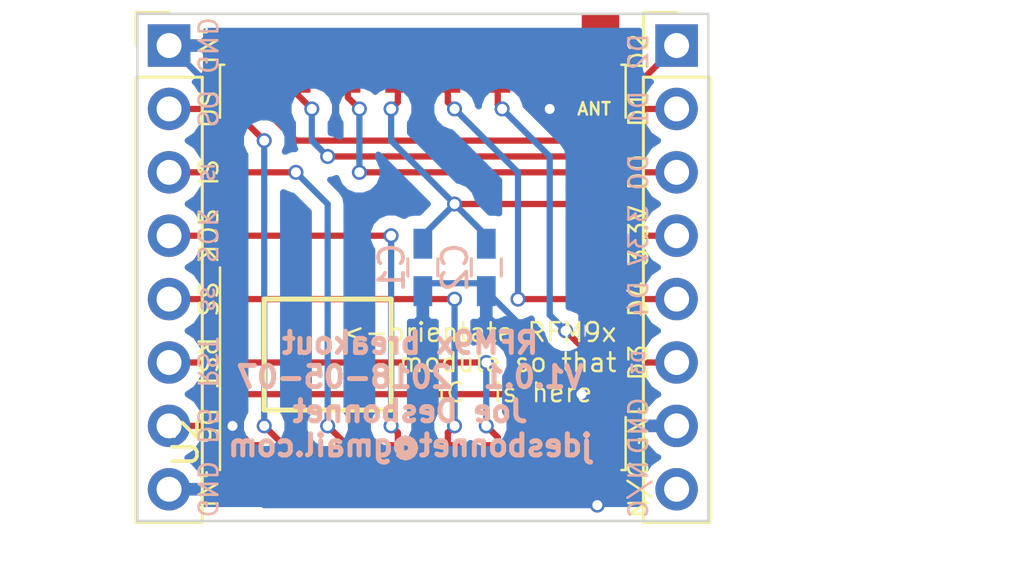
<source format=kicad_pcb>
(kicad_pcb (version 4) (host pcbnew 4.0.2+dfsg1-stable)

  (general
    (links 21)
    (no_connects 0)
    (area 138.379999 95.199999 161.340001 115.620001)
    (thickness 1.6)
    (drawings 44)
    (tracks 116)
    (zones 0)
    (modules 6)
    (nets 16)
  )

  (page A4)
  (layers
    (0 F.Cu signal)
    (31 B.Cu signal)
    (32 B.Adhes user)
    (33 F.Adhes user)
    (34 B.Paste user)
    (35 F.Paste user)
    (36 B.SilkS user)
    (37 F.SilkS user)
    (38 B.Mask user)
    (39 F.Mask user)
    (40 Dwgs.User user)
    (41 Cmts.User user)
    (42 Eco1.User user)
    (43 Eco2.User user)
    (44 Edge.Cuts user)
    (45 Margin user)
    (46 B.CrtYd user)
    (47 F.CrtYd user)
    (48 B.Fab user)
    (49 F.Fab user)
  )

  (setup
    (last_trace_width 0.25)
    (trace_clearance 0.2)
    (zone_clearance 0.508)
    (zone_45_only no)
    (trace_min 0.2)
    (segment_width 0.2)
    (edge_width 0.1)
    (via_size 0.6)
    (via_drill 0.4)
    (via_min_size 0.4)
    (via_min_drill 0.3)
    (uvia_size 0.3)
    (uvia_drill 0.1)
    (uvias_allowed no)
    (uvia_min_size 0.2)
    (uvia_min_drill 0.1)
    (pcb_text_width 0.3)
    (pcb_text_size 1.5 1.5)
    (mod_edge_width 0.15)
    (mod_text_size 1 1)
    (mod_text_width 0.15)
    (pad_size 1.5 1.5)
    (pad_drill 0.6)
    (pad_to_mask_clearance 0)
    (aux_axis_origin 0 0)
    (visible_elements FFFFFF7F)
    (pcbplotparams
      (layerselection 0x010f0_80000001)
      (usegerberextensions false)
      (excludeedgelayer true)
      (linewidth 0.100000)
      (plotframeref false)
      (viasonmask false)
      (mode 1)
      (useauxorigin false)
      (hpglpennumber 1)
      (hpglpenspeed 20)
      (hpglpendiameter 15)
      (hpglpenoverlay 2)
      (psnegative false)
      (psa4output false)
      (plotreference true)
      (plotvalue true)
      (plotinvisibletext false)
      (padsonsilk false)
      (subtractmaskfromsilk false)
      (outputformat 1)
      (mirror false)
      (drillshape 0)
      (scaleselection 1)
      (outputdirectory ./gerber))
  )

  (net 0 "")
  (net 1 3.3V)
  (net 2 GND)
  (net 3 "Net-(J1-Pad2)")
  (net 4 "Net-(J1-Pad3)")
  (net 5 "Net-(J1-Pad4)")
  (net 6 "Net-(J1-Pad5)")
  (net 7 "Net-(J1-Pad6)")
  (net 8 "Net-(J1-Pad7)")
  (net 9 "Net-(J2-Pad1)")
  (net 10 "Net-(J2-Pad2)")
  (net 11 "Net-(J2-Pad3)")
  (net 12 "Net-(J2-Pad5)")
  (net 13 "Net-(J2-Pad6)")
  (net 14 "Net-(J2-Pad8)")
  (net 15 ANT)

  (net_class Default "This is the default net class."
    (clearance 0.2)
    (trace_width 0.25)
    (via_dia 0.6)
    (via_drill 0.4)
    (uvia_dia 0.3)
    (uvia_drill 0.1)
    (add_net 3.3V)
    (add_net ANT)
    (add_net GND)
    (add_net "Net-(J1-Pad2)")
    (add_net "Net-(J1-Pad3)")
    (add_net "Net-(J1-Pad4)")
    (add_net "Net-(J1-Pad5)")
    (add_net "Net-(J1-Pad6)")
    (add_net "Net-(J1-Pad7)")
    (add_net "Net-(J2-Pad1)")
    (add_net "Net-(J2-Pad2)")
    (add_net "Net-(J2-Pad3)")
    (add_net "Net-(J2-Pad5)")
    (add_net "Net-(J2-Pad6)")
    (add_net "Net-(J2-Pad8)")
  )

  (module RF_Modules:Hopref_RFM9XW_SMD (layer F.Cu) (tedit 59D9324F) (tstamp 5AD36747)
    (at 149.86 105.41 90)
    (descr " Low Power Long Range Transceiver Module SMD-16 http://www.hoperf.com/upload/rf/RFM95_96_97_98W.pdf")
    (tags " Low Power Long Range Transceiver Module")
    (path /5ACA2686)
    (attr smd)
    (fp_text reference U2 (at -7 -9.5 90) (layer F.SilkS)
      (effects (font (size 1 1) (thickness 0.15)))
    )
    (fp_text value RFM92/95/96/97/98 (at 0 9.5 90) (layer F.Fab)
      (effects (font (size 1 1) (thickness 0.15)))
    )
    (fp_line (start -8 -8) (end 8 -8) (layer F.Fab) (width 0.12))
    (fp_line (start 8 8) (end 8 -8) (layer F.Fab) (width 0.12))
    (fp_line (start -8 8) (end 8 8) (layer F.Fab) (width 0.12))
    (fp_line (start -8 8) (end -8 -8) (layer F.Fab) (width 0.12))
    (fp_text user %R (at 0 0 90) (layer F.Fab)
      (effects (font (size 1 1) (thickness 0.15)))
    )
    (fp_line (start -8.12 -8.12) (end 0 -8.12) (layer F.SilkS) (width 0.1))
    (fp_line (start 6 8.12) (end 8.12 8.12) (layer F.SilkS) (width 0.1))
    (fp_line (start -9.45 -8.25) (end 9.45 -8.25) (layer F.CrtYd) (width 0.05))
    (fp_line (start 9.45 -8.25) (end 9.45 8.25) (layer F.CrtYd) (width 0.05))
    (fp_line (start -9.45 8.25) (end 9.45 8.25) (layer F.CrtYd) (width 0.05))
    (fp_line (start -9.45 8.25) (end -9.45 -8.25) (layer F.CrtYd) (width 0.05))
    (fp_line (start 8.12 8.12) (end 8.12 7.95) (layer F.SilkS) (width 0.1))
    (fp_line (start -8.12 8.12) (end -6 8.12) (layer F.SilkS) (width 0.1))
    (fp_line (start -8.12 8.12) (end -8.12 7.95) (layer F.SilkS) (width 0.1))
    (fp_line (start 6 -8.12) (end 8.12 -8.12) (layer F.SilkS) (width 0.1))
    (fp_line (start 8.12 -8.12) (end 8.12 -7.95) (layer F.SilkS) (width 0.1))
    (pad 1 smd rect (at -8 -7 90) (size 2 1) (layers F.Cu F.Paste F.Mask)
      (net 2 GND))
    (pad 2 smd rect (at -8 -5 90) (size 2 1) (layers F.Cu F.Paste F.Mask)
      (net 3 "Net-(J1-Pad2)"))
    (pad 3 smd rect (at -8 -3 90) (size 2 1) (layers F.Cu F.Paste F.Mask)
      (net 4 "Net-(J1-Pad3)"))
    (pad 4 smd rect (at -8 -1 90) (size 2 1) (layers F.Cu F.Paste F.Mask)
      (net 5 "Net-(J1-Pad4)"))
    (pad 5 smd rect (at -8 1 90) (size 2 1) (layers F.Cu F.Paste F.Mask)
      (net 6 "Net-(J1-Pad5)"))
    (pad 6 smd rect (at -8 3 90) (size 2 1) (layers F.Cu F.Paste F.Mask)
      (net 7 "Net-(J1-Pad6)"))
    (pad 7 smd rect (at -8 5 90) (size 2 1) (layers F.Cu F.Paste F.Mask)
      (net 8 "Net-(J1-Pad7)"))
    (pad 8 smd rect (at -8 7 90) (size 2 1) (layers F.Cu F.Paste F.Mask)
      (net 2 GND))
    (pad 9 smd rect (at 8 7 90) (size 2 1) (layers F.Cu F.Paste F.Mask)
      (net 15 ANT))
    (pad 10 smd rect (at 8 5 90) (size 2 1) (layers F.Cu F.Paste F.Mask)
      (net 2 GND))
    (pad 11 smd rect (at 8 3 90) (size 2 1) (layers F.Cu F.Paste F.Mask)
      (net 13 "Net-(J2-Pad6)"))
    (pad 12 smd rect (at 8 1 90) (size 2 1) (layers F.Cu F.Paste F.Mask)
      (net 12 "Net-(J2-Pad5)"))
    (pad 13 smd rect (at 8 -1 90) (size 2 1) (layers F.Cu F.Paste F.Mask)
      (net 1 3.3V))
    (pad 14 smd rect (at 8 -3 90) (size 2 1) (layers F.Cu F.Paste F.Mask)
      (net 11 "Net-(J2-Pad3)"))
    (pad 15 smd rect (at 8 -5 90) (size 2 1) (layers F.Cu F.Paste F.Mask)
      (net 10 "Net-(J2-Pad2)"))
    (pad 16 smd rect (at 8 -7 90) (size 2 1) (layers F.Cu F.Paste F.Mask)
      (net 9 "Net-(J2-Pad1)"))
    (model ${KISYS3DMOD}/RF_Modules.3dshapes/Hopref_RFM9XW_SMD.wrl
      (at (xyz 0 0 0))
      (scale (xyz 1 1 1))
      (rotate (xyz 0 0 0))
    )
  )

  (module Capacitors_SMD:C_0603_HandSoldering (layer B.Cu) (tedit 58AA848B) (tstamp 5AD36715)
    (at 149.86 105.41 270)
    (descr "Capacitor SMD 0603, hand soldering")
    (tags "capacitor 0603")
    (path /5ACA985B)
    (attr smd)
    (fp_text reference C1 (at 0 1.25 270) (layer B.SilkS)
      (effects (font (size 1 1) (thickness 0.15)) (justify mirror))
    )
    (fp_text value C (at 0 -1.5 270) (layer B.Fab)
      (effects (font (size 1 1) (thickness 0.15)) (justify mirror))
    )
    (fp_text user %R (at 0 1.25 270) (layer B.Fab)
      (effects (font (size 1 1) (thickness 0.15)) (justify mirror))
    )
    (fp_line (start -0.8 -0.4) (end -0.8 0.4) (layer B.Fab) (width 0.1))
    (fp_line (start 0.8 -0.4) (end -0.8 -0.4) (layer B.Fab) (width 0.1))
    (fp_line (start 0.8 0.4) (end 0.8 -0.4) (layer B.Fab) (width 0.1))
    (fp_line (start -0.8 0.4) (end 0.8 0.4) (layer B.Fab) (width 0.1))
    (fp_line (start -0.35 0.6) (end 0.35 0.6) (layer B.SilkS) (width 0.12))
    (fp_line (start 0.35 -0.6) (end -0.35 -0.6) (layer B.SilkS) (width 0.12))
    (fp_line (start -1.8 0.65) (end 1.8 0.65) (layer B.CrtYd) (width 0.05))
    (fp_line (start -1.8 0.65) (end -1.8 -0.65) (layer B.CrtYd) (width 0.05))
    (fp_line (start 1.8 -0.65) (end 1.8 0.65) (layer B.CrtYd) (width 0.05))
    (fp_line (start 1.8 -0.65) (end -1.8 -0.65) (layer B.CrtYd) (width 0.05))
    (pad 1 smd rect (at -0.95 0 270) (size 1.2 0.75) (layers B.Cu B.Paste B.Mask)
      (net 1 3.3V))
    (pad 2 smd rect (at 0.95 0 270) (size 1.2 0.75) (layers B.Cu B.Paste B.Mask)
      (net 2 GND))
    (model Capacitors_SMD.3dshapes/C_0603.wrl
      (at (xyz 0 0 0))
      (scale (xyz 1 1 1))
      (rotate (xyz 0 0 0))
    )
  )

  (module Capacitors_SMD:C_0603_HandSoldering (layer B.Cu) (tedit 58AA848B) (tstamp 5AD3671B)
    (at 152.4 105.41 270)
    (descr "Capacitor SMD 0603, hand soldering")
    (tags "capacitor 0603")
    (path /5ACA98D4)
    (attr smd)
    (fp_text reference C2 (at 0 1.25 270) (layer B.SilkS)
      (effects (font (size 1 1) (thickness 0.15)) (justify mirror))
    )
    (fp_text value C (at 0 -1.5 270) (layer B.Fab)
      (effects (font (size 1 1) (thickness 0.15)) (justify mirror))
    )
    (fp_text user %R (at 0 1.25 270) (layer B.Fab)
      (effects (font (size 1 1) (thickness 0.15)) (justify mirror))
    )
    (fp_line (start -0.8 -0.4) (end -0.8 0.4) (layer B.Fab) (width 0.1))
    (fp_line (start 0.8 -0.4) (end -0.8 -0.4) (layer B.Fab) (width 0.1))
    (fp_line (start 0.8 0.4) (end 0.8 -0.4) (layer B.Fab) (width 0.1))
    (fp_line (start -0.8 0.4) (end 0.8 0.4) (layer B.Fab) (width 0.1))
    (fp_line (start -0.35 0.6) (end 0.35 0.6) (layer B.SilkS) (width 0.12))
    (fp_line (start 0.35 -0.6) (end -0.35 -0.6) (layer B.SilkS) (width 0.12))
    (fp_line (start -1.8 0.65) (end 1.8 0.65) (layer B.CrtYd) (width 0.05))
    (fp_line (start -1.8 0.65) (end -1.8 -0.65) (layer B.CrtYd) (width 0.05))
    (fp_line (start 1.8 -0.65) (end 1.8 0.65) (layer B.CrtYd) (width 0.05))
    (fp_line (start 1.8 -0.65) (end -1.8 -0.65) (layer B.CrtYd) (width 0.05))
    (pad 1 smd rect (at -0.95 0 270) (size 1.2 0.75) (layers B.Cu B.Paste B.Mask)
      (net 1 3.3V))
    (pad 2 smd rect (at 0.95 0 270) (size 1.2 0.75) (layers B.Cu B.Paste B.Mask)
      (net 2 GND))
    (model Capacitors_SMD.3dshapes/C_0603.wrl
      (at (xyz 0 0 0))
      (scale (xyz 1 1 1))
      (rotate (xyz 0 0 0))
    )
  )

  (module Pin_Headers:Pin_Header_Straight_1x08_Pitch2.54mm (layer F.Cu) (tedit 5AD380B4) (tstamp 5AD36727)
    (at 139.7 96.52)
    (descr "Through hole straight pin header, 1x08, 2.54mm pitch, single row")
    (tags "Through hole pin header THT 1x08 2.54mm single row")
    (path /5AD3686B)
    (fp_text reference J1 (at 0 -2.33) (layer F.SilkS) hide
      (effects (font (size 1 1) (thickness 0.15)))
    )
    (fp_text value Conn_01x08_Male (at 0 20.11) (layer F.Fab)
      (effects (font (size 1 1) (thickness 0.15)))
    )
    (fp_line (start -0.635 -1.27) (end 1.27 -1.27) (layer F.Fab) (width 0.1))
    (fp_line (start 1.27 -1.27) (end 1.27 19.05) (layer F.Fab) (width 0.1))
    (fp_line (start 1.27 19.05) (end -1.27 19.05) (layer F.Fab) (width 0.1))
    (fp_line (start -1.27 19.05) (end -1.27 -0.635) (layer F.Fab) (width 0.1))
    (fp_line (start -1.27 -0.635) (end -0.635 -1.27) (layer F.Fab) (width 0.1))
    (fp_line (start -1.33 19.11) (end 1.33 19.11) (layer F.SilkS) (width 0.12))
    (fp_line (start -1.33 1.27) (end -1.33 19.11) (layer F.SilkS) (width 0.12))
    (fp_line (start 1.33 1.27) (end 1.33 19.11) (layer F.SilkS) (width 0.12))
    (fp_line (start -1.33 1.27) (end 1.33 1.27) (layer F.SilkS) (width 0.12))
    (fp_line (start -1.33 0) (end -1.33 -1.33) (layer F.SilkS) (width 0.12))
    (fp_line (start -1.33 -1.33) (end 0 -1.33) (layer F.SilkS) (width 0.12))
    (fp_line (start -1.8 -1.8) (end -1.8 19.55) (layer F.CrtYd) (width 0.05))
    (fp_line (start -1.8 19.55) (end 1.8 19.55) (layer F.CrtYd) (width 0.05))
    (fp_line (start 1.8 19.55) (end 1.8 -1.8) (layer F.CrtYd) (width 0.05))
    (fp_line (start 1.8 -1.8) (end -1.8 -1.8) (layer F.CrtYd) (width 0.05))
    (fp_text user %R (at 0 8.89 90) (layer F.Fab)
      (effects (font (size 1 1) (thickness 0.15)))
    )
    (pad 1 thru_hole rect (at 0 0) (size 1.7 1.7) (drill 1) (layers *.Cu *.Mask)
      (net 2 GND))
    (pad 2 thru_hole oval (at 0 2.54) (size 1.7 1.7) (drill 1) (layers *.Cu *.Mask)
      (net 3 "Net-(J1-Pad2)"))
    (pad 3 thru_hole oval (at 0 5.08) (size 1.7 1.7) (drill 1) (layers *.Cu *.Mask)
      (net 4 "Net-(J1-Pad3)"))
    (pad 4 thru_hole oval (at 0 7.62) (size 1.7 1.7) (drill 1) (layers *.Cu *.Mask)
      (net 5 "Net-(J1-Pad4)"))
    (pad 5 thru_hole oval (at 0 10.16) (size 1.7 1.7) (drill 1) (layers *.Cu *.Mask)
      (net 6 "Net-(J1-Pad5)"))
    (pad 6 thru_hole oval (at 0 12.7) (size 1.7 1.7) (drill 1) (layers *.Cu *.Mask)
      (net 7 "Net-(J1-Pad6)"))
    (pad 7 thru_hole oval (at 0 15.24) (size 1.7 1.7) (drill 1) (layers *.Cu *.Mask)
      (net 8 "Net-(J1-Pad7)"))
    (pad 8 thru_hole oval (at 0 17.78) (size 1.7 1.7) (drill 1) (layers *.Cu *.Mask)
      (net 2 GND))
    (model ${KISYS3DMOD}/Pin_Headers.3dshapes/Pin_Header_Straight_1x08_Pitch2.54mm.wrl
      (at (xyz 0 0 0))
      (scale (xyz 1 1 1))
      (rotate (xyz 0 0 0))
    )
  )

  (module Pin_Headers:Pin_Header_Straight_1x08_Pitch2.54mm (layer F.Cu) (tedit 5AD380BD) (tstamp 5AD36733)
    (at 160.02 96.52)
    (descr "Through hole straight pin header, 1x08, 2.54mm pitch, single row")
    (tags "Through hole pin header THT 1x08 2.54mm single row")
    (path /5AD368F0)
    (fp_text reference J2 (at 0 -2.33) (layer F.SilkS) hide
      (effects (font (size 1 1) (thickness 0.15)))
    )
    (fp_text value Conn_01x08_Male (at 0 20.11) (layer F.Fab)
      (effects (font (size 1 1) (thickness 0.15)))
    )
    (fp_line (start -0.635 -1.27) (end 1.27 -1.27) (layer F.Fab) (width 0.1))
    (fp_line (start 1.27 -1.27) (end 1.27 19.05) (layer F.Fab) (width 0.1))
    (fp_line (start 1.27 19.05) (end -1.27 19.05) (layer F.Fab) (width 0.1))
    (fp_line (start -1.27 19.05) (end -1.27 -0.635) (layer F.Fab) (width 0.1))
    (fp_line (start -1.27 -0.635) (end -0.635 -1.27) (layer F.Fab) (width 0.1))
    (fp_line (start -1.33 19.11) (end 1.33 19.11) (layer F.SilkS) (width 0.12))
    (fp_line (start -1.33 1.27) (end -1.33 19.11) (layer F.SilkS) (width 0.12))
    (fp_line (start 1.33 1.27) (end 1.33 19.11) (layer F.SilkS) (width 0.12))
    (fp_line (start -1.33 1.27) (end 1.33 1.27) (layer F.SilkS) (width 0.12))
    (fp_line (start -1.33 0) (end -1.33 -1.33) (layer F.SilkS) (width 0.12))
    (fp_line (start -1.33 -1.33) (end 0 -1.33) (layer F.SilkS) (width 0.12))
    (fp_line (start -1.8 -1.8) (end -1.8 19.55) (layer F.CrtYd) (width 0.05))
    (fp_line (start -1.8 19.55) (end 1.8 19.55) (layer F.CrtYd) (width 0.05))
    (fp_line (start 1.8 19.55) (end 1.8 -1.8) (layer F.CrtYd) (width 0.05))
    (fp_line (start 1.8 -1.8) (end -1.8 -1.8) (layer F.CrtYd) (width 0.05))
    (fp_text user %R (at 0 8.89 90) (layer F.Fab)
      (effects (font (size 1 1) (thickness 0.15)))
    )
    (pad 1 thru_hole rect (at 0 0) (size 1.7 1.7) (drill 1) (layers *.Cu *.Mask)
      (net 9 "Net-(J2-Pad1)"))
    (pad 2 thru_hole oval (at 0 2.54) (size 1.7 1.7) (drill 1) (layers *.Cu *.Mask)
      (net 10 "Net-(J2-Pad2)"))
    (pad 3 thru_hole oval (at 0 5.08) (size 1.7 1.7) (drill 1) (layers *.Cu *.Mask)
      (net 11 "Net-(J2-Pad3)"))
    (pad 4 thru_hole oval (at 0 7.62) (size 1.7 1.7) (drill 1) (layers *.Cu *.Mask)
      (net 1 3.3V))
    (pad 5 thru_hole oval (at 0 10.16) (size 1.7 1.7) (drill 1) (layers *.Cu *.Mask)
      (net 12 "Net-(J2-Pad5)"))
    (pad 6 thru_hole oval (at 0 12.7) (size 1.7 1.7) (drill 1) (layers *.Cu *.Mask)
      (net 13 "Net-(J2-Pad6)"))
    (pad 7 thru_hole oval (at 0 15.24) (size 1.7 1.7) (drill 1) (layers *.Cu *.Mask)
      (net 2 GND))
    (pad 8 thru_hole oval (at 0 17.78) (size 1.7 1.7) (drill 1) (layers *.Cu *.Mask)
      (net 14 "Net-(J2-Pad8)"))
    (model ${KISYS3DMOD}/Pin_Headers.3dshapes/Pin_Header_Straight_1x08_Pitch2.54mm.wrl
      (at (xyz 0 0 0))
      (scale (xyz 1 1 1))
      (rotate (xyz 0 0 0))
    )
  )

  (module Measurement_Points:Measurement_Point_Square-SMD-Pad_Small (layer F.Cu) (tedit 5AD380A7) (tstamp 5AD37AB1)
    (at 156.972 96.012)
    (descr "Mesurement Point, Square, SMD Pad,  1.5mm x 1.5mm,")
    (tags "Mesurement Point Square SMD Pad 1.5x1.5mm")
    (attr virtual)
    (fp_text reference REF** (at 0 -2) (layer F.SilkS) hide
      (effects (font (size 1 1) (thickness 0.15)))
    )
    (fp_text value Measurement_Point_Square-SMD-Pad_Small (at 0 2) (layer F.Fab)
      (effects (font (size 1 1) (thickness 0.15)))
    )
    (fp_line (start -1 -1) (end 1 -1) (layer F.CrtYd) (width 0.05))
    (fp_line (start 1 -1) (end 1 1) (layer F.CrtYd) (width 0.05))
    (fp_line (start 1 1) (end -1 1) (layer F.CrtYd) (width 0.05))
    (fp_line (start -1 1) (end -1 -1) (layer F.CrtYd) (width 0.05))
    (pad 1 smd rect (at 0 0) (size 1.5 1.5) (layers F.Cu F.Mask))
  )

  (gr_text "<-orientate RFM9x \n    module so that \n    IC  is here" (at 152.4 109.22) (layer F.SilkS)
    (effects (font (size 0.75 0.75) (thickness 0.1)))
  )
  (gr_text D5 (at 141.224 111.76 270) (layer F.SilkS)
    (effects (font (size 0.75 0.75) (thickness 0.1)))
  )
  (gr_text N/C (at 158.496 114.3 90) (layer B.SilkS)
    (effects (font (size 0.75 0.75) (thickness 0.1)) (justify mirror))
  )
  (gr_text D2 (at 158.496 96.774 90) (layer B.SilkS)
    (effects (font (size 0.75 0.75) (thickness 0.1)) (justify mirror))
  )
  (gr_text D1 (at 158.496 99.06 90) (layer B.SilkS)
    (effects (font (size 0.75 0.75) (thickness 0.1)) (justify mirror))
  )
  (gr_text D0 (at 158.496 101.6 90) (layer B.SilkS)
    (effects (font (size 0.75 0.75) (thickness 0.1)) (justify mirror))
  )
  (gr_text D4 (at 158.496 106.68 90) (layer B.SilkS)
    (effects (font (size 0.75 0.75) (thickness 0.1)) (justify mirror))
  )
  (gr_text D3 (at 158.496 109.22 90) (layer B.SilkS)
    (effects (font (size 0.5 0.5) (thickness 0.1)) (justify mirror))
  )
  (gr_text GND (at 158.496 111.76 90) (layer B.SilkS)
    (effects (font (size 0.75 0.75) (thickness 0.1)) (justify mirror))
  )
  (gr_text N/C (at 158.496 114.3 90) (layer F.SilkS)
    (effects (font (size 0.75 0.75) (thickness 0.1)))
  )
  (gr_text RST (at 141.224 109.22 270) (layer B.SilkS)
    (effects (font (size 0.75 0.75) (thickness 0.1)) (justify mirror))
  )
  (gr_text SS (at 141.224 106.68 270) (layer B.SilkS)
    (effects (font (size 0.5 0.5) (thickness 0.1)) (justify mirror))
  )
  (gr_text "SCK\n" (at 141.224 104.14 270) (layer B.SilkS)
    (effects (font (size 0.75 0.75) (thickness 0.1)) (justify mirror))
  )
  (gr_text SI (at 141.224 101.6 270) (layer B.SilkS)
    (effects (font (size 0.5 0.5) (thickness 0.1)) (justify mirror))
  )
  (gr_text SO (at 141.224 99.06 270) (layer B.SilkS)
    (effects (font (size 0.75 0.75) (thickness 0.1)) (justify mirror))
  )
  (gr_text GND (at 141.224 96.52 270) (layer B.SilkS)
    (effects (font (size 0.75 0.75) (thickness 0.1)) (justify mirror))
  )
  (gr_text GND (at 141.224 114.3 270) (layer B.SilkS)
    (effects (font (size 0.75 0.75) (thickness 0.1)) (justify mirror))
  )
  (gr_text ANT (at 156.718 99.06) (layer F.SilkS)
    (effects (font (size 0.5 0.5) (thickness 0.1)))
  )
  (gr_text 3.3V (at 158.496 104.14 90) (layer B.SilkS)
    (effects (font (size 0.75 0.75) (thickness 0.1)) (justify mirror))
  )
  (gr_text "RFM9x breakout\nV1.0.1  2018-05-07\nJoe Desbonnet\njdesbonnet@gmail.com" (at 149.352 110.49) (layer B.SilkS)
    (effects (font (size 0.85 0.85) (thickness 0.2)) (justify mirror))
  )
  (gr_text D2 (at 158.496 96.774 90) (layer F.SilkS)
    (effects (font (size 0.75 0.75) (thickness 0.1)))
  )
  (gr_text D1 (at 158.496 99.06 90) (layer F.SilkS)
    (effects (font (size 0.75 0.75) (thickness 0.1)))
  )
  (gr_text D0 (at 158.496 101.6 90) (layer F.SilkS)
    (effects (font (size 0.75 0.75) (thickness 0.1)))
  )
  (gr_text 3.3V (at 158.496 104.14 90) (layer F.SilkS)
    (effects (font (size 0.75 0.75) (thickness 0.1)))
  )
  (gr_text D4 (at 158.496 106.68 90) (layer F.SilkS)
    (effects (font (size 0.75 0.75) (thickness 0.1)))
  )
  (gr_text D3 (at 158.496 109.22 90) (layer F.SilkS)
    (effects (font (size 0.75 0.75) (thickness 0.1)))
  )
  (gr_text GND (at 158.496 111.76 90) (layer F.SilkS)
    (effects (font (size 0.75 0.75) (thickness 0.1)))
  )
  (gr_text GND (at 141.224 114.3 270) (layer F.SilkS)
    (effects (font (size 0.75 0.75) (thickness 0.1)))
  )
  (gr_text D5 (at 141.224 111.76 270) (layer B.SilkS)
    (effects (font (size 0.75 0.75) (thickness 0.1)) (justify mirror))
  )
  (gr_text RST (at 141.224 109.22 270) (layer F.SilkS)
    (effects (font (size 0.75 0.75) (thickness 0.1)))
  )
  (gr_text SS (at 141.224 106.68 270) (layer F.SilkS)
    (effects (font (size 0.75 0.75) (thickness 0.1)))
  )
  (gr_text "SCK\n" (at 141.224 104.14 270) (layer F.SilkS)
    (effects (font (size 0.75 0.75) (thickness 0.1)))
  )
  (gr_text SI (at 141.224 101.6 270) (layer F.SilkS)
    (effects (font (size 0.75 0.75) (thickness 0.1)))
  )
  (gr_text SO (at 141.224 99.06 270) (layer F.SilkS)
    (effects (font (size 0.75 0.75) (thickness 0.1)))
  )
  (gr_text GND (at 141.224 96.52 270) (layer F.SilkS)
    (effects (font (size 0.75 0.75) (thickness 0.1)))
  )
  (gr_line (start 138.43 95.25) (end 161.29 95.25) (angle 90) (layer Edge.Cuts) (width 0.1))
  (gr_line (start 143.51 106.68) (end 143.51 111.125) (angle 90) (layer F.SilkS) (width 0.2))
  (gr_line (start 148.59 106.68) (end 143.51 106.68) (angle 90) (layer F.SilkS) (width 0.2))
  (gr_line (start 148.59 107.315) (end 148.59 106.68) (angle 90) (layer F.SilkS) (width 0.2))
  (gr_line (start 148.59 111.125) (end 148.59 107.315) (angle 90) (layer F.SilkS) (width 0.2))
  (gr_line (start 143.51 111.125) (end 148.59 111.125) (angle 90) (layer F.SilkS) (width 0.2))
  (gr_line (start 138.43 115.57) (end 161.29 115.57) (angle 90) (layer Edge.Cuts) (width 0.1))
  (gr_line (start 138.43 115.57) (end 138.43 95.25) (angle 90) (layer Edge.Cuts) (width 0.1))
  (gr_line (start 161.29 95.25) (end 161.29 115.57) (angle 90) (layer Edge.Cuts) (width 0.1))

  (segment (start 152.4 104.46) (end 152.4 104.14) (width 0.25) (layer B.Cu) (net 1))
  (segment (start 152.4 104.14) (end 151.13 102.87) (width 0.25) (layer B.Cu) (net 1) (tstamp 5AD36E26))
  (segment (start 149.86 104.46) (end 149.86 104.14) (width 0.25) (layer B.Cu) (net 1))
  (segment (start 149.86 104.14) (end 151.13 102.87) (width 0.25) (layer B.Cu) (net 1) (tstamp 5AD36E23))
  (segment (start 160.02 104.14) (end 157.48 104.14) (width 0.25) (layer F.Cu) (net 1))
  (segment (start 148.86 98.79) (end 148.86 97.41) (width 0.25) (layer F.Cu) (net 1) (tstamp 5AD36D90))
  (segment (start 148.59 99.06) (end 148.86 98.79) (width 0.25) (layer F.Cu) (net 1) (tstamp 5AD36D8F))
  (via (at 148.59 99.06) (size 0.6) (drill 0.4) (layers F.Cu B.Cu) (net 1))
  (segment (start 148.59 100.33) (end 148.59 99.06) (width 0.25) (layer B.Cu) (net 1) (tstamp 5AD36D85))
  (segment (start 151.13 102.87) (end 148.59 100.33) (width 0.25) (layer B.Cu) (net 1) (tstamp 5AD36D84))
  (via (at 151.13 102.87) (size 0.6) (drill 0.4) (layers F.Cu B.Cu) (net 1))
  (segment (start 156.21 102.87) (end 151.13 102.87) (width 0.25) (layer F.Cu) (net 1) (tstamp 5AD36D6F))
  (segment (start 157.48 104.14) (end 156.21 102.87) (width 0.25) (layer F.Cu) (net 1) (tstamp 5AD36D6B))
  (segment (start 149.86 106.36) (end 149.86 106.045) (width 0.25) (layer B.Cu) (net 2))
  (segment (start 149.86 106.045) (end 152.4 106.045) (width 0.25) (layer B.Cu) (net 2) (tstamp 5AD36F8B))
  (segment (start 152.4 106.045) (end 152.4 106.36) (width 0.25) (layer B.Cu) (net 2) (tstamp 5AD36F8C))
  (segment (start 156.21 110.49) (end 156.21 110.17) (width 0.25) (layer B.Cu) (net 2))
  (segment (start 156.21 110.17) (end 152.4 106.36) (width 0.25) (layer B.Cu) (net 2) (tstamp 5AD36F7D))
  (segment (start 160.02 111.76) (end 158.51 111.76) (width 0.25) (layer F.Cu) (net 2))
  (segment (start 158.51 111.76) (end 156.86 113.41) (width 0.25) (layer F.Cu) (net 2) (tstamp 5AD36EED))
  (segment (start 142.24 111.76) (end 142.24 113.665) (width 0.25) (layer B.Cu) (net 2))
  (segment (start 142.24 113.665) (end 143.51 114.935) (width 0.25) (layer B.Cu) (net 2) (tstamp 5AD36ECD))
  (segment (start 143.51 114.935) (end 156.845 114.935) (width 0.25) (layer B.Cu) (net 2) (tstamp 5AD36ED4))
  (via (at 156.845 114.935) (size 0.6) (drill 0.4) (layers F.Cu B.Cu) (net 2))
  (segment (start 156.845 114.935) (end 156.86 114.92) (width 0.25) (layer F.Cu) (net 2) (tstamp 5AD36EE4))
  (segment (start 156.86 114.92) (end 156.86 113.41) (width 0.25) (layer F.Cu) (net 2) (tstamp 5AD36EE5))
  (segment (start 139.7 114.3) (end 141.97 114.3) (width 0.25) (layer F.Cu) (net 2))
  (segment (start 141.97 114.3) (end 142.86 113.41) (width 0.25) (layer F.Cu) (net 2) (tstamp 5AD36EAD))
  (segment (start 160.02 111.76) (end 158.75 111.76) (width 0.25) (layer F.Cu) (net 2))
  (segment (start 154.86 98.98) (end 154.86 97.41) (width 0.25) (layer F.Cu) (net 2) (tstamp 5AD36CEF))
  (segment (start 154.94 99.06) (end 154.86 98.98) (width 0.25) (layer F.Cu) (net 2) (tstamp 5AD36CEE))
  (via (at 154.94 99.06) (size 0.6) (drill 0.4) (layers F.Cu B.Cu) (net 2))
  (segment (start 156.21 100.33) (end 154.94 99.06) (width 0.25) (layer B.Cu) (net 2) (tstamp 5AD36CC9))
  (segment (start 156.21 110.49) (end 156.21 100.33) (width 0.25) (layer B.Cu) (net 2) (tstamp 5AD36CC8))
  (via (at 156.21 110.49) (size 0.6) (drill 0.4) (layers F.Cu B.Cu) (net 2))
  (segment (start 157.48 110.49) (end 156.21 110.49) (width 0.25) (layer F.Cu) (net 2) (tstamp 5AD36CC3))
  (segment (start 158.75 111.76) (end 157.48 110.49) (width 0.25) (layer F.Cu) (net 2) (tstamp 5AD36CB6))
  (segment (start 139.7 96.52) (end 142.24 99.06) (width 0.25) (layer B.Cu) (net 2))
  (segment (start 142.86 112.38) (end 142.86 113.41) (width 0.25) (layer F.Cu) (net 2) (tstamp 5AD36AFE))
  (segment (start 142.24 111.76) (end 142.86 112.38) (width 0.25) (layer F.Cu) (net 2) (tstamp 5AD36AFD))
  (via (at 142.24 111.76) (size 0.6) (drill 0.4) (layers F.Cu B.Cu) (net 2))
  (segment (start 142.24 99.06) (end 142.24 111.76) (width 0.25) (layer B.Cu) (net 2) (tstamp 5AD36AEB))
  (segment (start 139.7 99.06) (end 142.24 99.06) (width 0.25) (layer F.Cu) (net 3))
  (segment (start 143.51 111.76) (end 144.86 113.11) (width 0.25) (layer F.Cu) (net 3) (tstamp 5AD36C52))
  (via (at 143.51 111.76) (size 0.6) (drill 0.4) (layers F.Cu B.Cu) (net 3))
  (segment (start 143.51 100.33) (end 143.51 111.76) (width 0.25) (layer B.Cu) (net 3) (tstamp 5AD36C4E))
  (via (at 143.51 100.33) (size 0.6) (drill 0.4) (layers F.Cu B.Cu) (net 3))
  (segment (start 142.24 99.06) (end 143.51 100.33) (width 0.25) (layer F.Cu) (net 3) (tstamp 5AD36C3E))
  (segment (start 144.86 113.11) (end 144.86 113.41) (width 0.25) (layer F.Cu) (net 3) (tstamp 5AD36C53))
  (segment (start 139.7 101.6) (end 144.78 101.6) (width 0.25) (layer F.Cu) (net 4))
  (segment (start 146.05 111.76) (end 146.86 112.57) (width 0.25) (layer F.Cu) (net 4) (tstamp 5AD36C67))
  (via (at 146.05 111.76) (size 0.6) (drill 0.4) (layers F.Cu B.Cu) (net 4))
  (segment (start 146.05 102.87) (end 146.05 111.76) (width 0.25) (layer B.Cu) (net 4) (tstamp 5AD36C64))
  (segment (start 144.78 101.6) (end 146.05 102.87) (width 0.25) (layer B.Cu) (net 4) (tstamp 5AD36C63))
  (via (at 144.78 101.6) (size 0.6) (drill 0.4) (layers F.Cu B.Cu) (net 4))
  (segment (start 146.86 112.57) (end 146.86 113.41) (width 0.25) (layer F.Cu) (net 4) (tstamp 5AD36C68))
  (segment (start 146.86 112.57) (end 146.86 113.41) (width 0.25) (layer F.Cu) (net 4) (tstamp 5AD36B8B))
  (segment (start 139.7 104.14) (end 148.59 104.14) (width 0.25) (layer F.Cu) (net 5))
  (segment (start 148.86 112.03) (end 148.86 113.41) (width 0.25) (layer F.Cu) (net 5) (tstamp 5AD36BC7))
  (segment (start 148.59 111.76) (end 148.86 112.03) (width 0.25) (layer F.Cu) (net 5) (tstamp 5AD36BC6))
  (via (at 148.59 111.76) (size 0.6) (drill 0.4) (layers F.Cu B.Cu) (net 5))
  (segment (start 148.59 104.14) (end 148.59 111.76) (width 0.25) (layer B.Cu) (net 5) (tstamp 5AD36BC3))
  (via (at 148.59 104.14) (size 0.6) (drill 0.4) (layers F.Cu B.Cu) (net 5))
  (segment (start 139.7 106.68) (end 151.13 106.68) (width 0.25) (layer F.Cu) (net 6))
  (segment (start 150.86 112.03) (end 150.86 113.41) (width 0.25) (layer F.Cu) (net 6) (tstamp 5AD36BD6))
  (segment (start 151.13 111.76) (end 150.86 112.03) (width 0.25) (layer F.Cu) (net 6) (tstamp 5AD36BD5))
  (via (at 151.13 111.76) (size 0.6) (drill 0.4) (layers F.Cu B.Cu) (net 6))
  (segment (start 151.13 106.68) (end 151.13 111.76) (width 0.25) (layer B.Cu) (net 6) (tstamp 5AD36BD2))
  (via (at 151.13 106.68) (size 0.6) (drill 0.4) (layers F.Cu B.Cu) (net 6))
  (segment (start 139.7 109.22) (end 152.4 109.22) (width 0.25) (layer F.Cu) (net 7))
  (segment (start 152.86 112.22) (end 152.86 113.41) (width 0.25) (layer F.Cu) (net 7) (tstamp 5AD36BE0))
  (segment (start 152.4 111.76) (end 152.86 112.22) (width 0.25) (layer F.Cu) (net 7) (tstamp 5AD36BDF))
  (via (at 152.4 111.76) (size 0.6) (drill 0.4) (layers F.Cu B.Cu) (net 7))
  (segment (start 152.4 109.22) (end 152.4 111.76) (width 0.25) (layer B.Cu) (net 7) (tstamp 5AD36BDC))
  (via (at 152.4 109.22) (size 0.6) (drill 0.4) (layers F.Cu B.Cu) (net 7))
  (segment (start 142.24 110.49) (end 154.686 110.49) (width 0.25) (layer F.Cu) (net 8))
  (segment (start 140.97 111.76) (end 142.24 110.49) (width 0.25) (layer F.Cu) (net 8) (tstamp 5AD36BE3))
  (segment (start 139.7 111.76) (end 140.97 111.76) (width 0.25) (layer F.Cu) (net 8))
  (segment (start 154.86 110.664) (end 154.86 113.41) (width 0.25) (layer F.Cu) (net 8) (tstamp 5AD37A44))
  (segment (start 154.686 110.49) (end 154.86 110.664) (width 0.25) (layer F.Cu) (net 8) (tstamp 5AD37A42))
  (segment (start 160.02 96.52) (end 156.21 100.33) (width 0.25) (layer F.Cu) (net 9))
  (segment (start 144.78 100.33) (end 142.86 98.41) (width 0.25) (layer F.Cu) (net 9) (tstamp 5AD36DFF))
  (segment (start 156.21 100.33) (end 144.78 100.33) (width 0.25) (layer F.Cu) (net 9) (tstamp 5AD36DFD))
  (segment (start 142.86 98.41) (end 142.86 97.41) (width 0.25) (layer F.Cu) (net 9) (tstamp 5AD36E13))
  (segment (start 160.02 99.06) (end 158.75 99.06) (width 0.25) (layer F.Cu) (net 10))
  (segment (start 144.86 98.505) (end 144.86 97.41) (width 0.25) (layer F.Cu) (net 10) (tstamp 5AD36DFA))
  (segment (start 145.415 99.06) (end 144.86 98.505) (width 0.25) (layer F.Cu) (net 10) (tstamp 5AD36DF9))
  (via (at 145.415 99.06) (size 0.6) (drill 0.4) (layers F.Cu B.Cu) (net 10))
  (segment (start 145.415 100.33) (end 145.415 99.06) (width 0.25) (layer B.Cu) (net 10) (tstamp 5AD36DF7))
  (segment (start 146.05 100.965) (end 145.415 100.33) (width 0.25) (layer B.Cu) (net 10) (tstamp 5AD36DF6))
  (via (at 146.05 100.965) (size 0.6) (drill 0.4) (layers F.Cu B.Cu) (net 10))
  (segment (start 156.845 100.965) (end 146.05 100.965) (width 0.25) (layer F.Cu) (net 10) (tstamp 5AD36DE5))
  (segment (start 158.75 99.06) (end 156.845 100.965) (width 0.25) (layer F.Cu) (net 10) (tstamp 5AD36DDF))
  (segment (start 160.02 101.6) (end 147.32 101.6) (width 0.25) (layer F.Cu) (net 11))
  (segment (start 146.86 98.6) (end 146.86 97.41) (width 0.25) (layer F.Cu) (net 11) (tstamp 5AD36DAB))
  (segment (start 147.32 99.06) (end 146.86 98.6) (width 0.25) (layer F.Cu) (net 11) (tstamp 5AD36DAA))
  (via (at 147.32 99.06) (size 0.6) (drill 0.4) (layers F.Cu B.Cu) (net 11))
  (segment (start 147.32 101.6) (end 147.32 99.06) (width 0.25) (layer B.Cu) (net 11) (tstamp 5AD36DA1))
  (via (at 147.32 101.6) (size 0.6) (drill 0.4) (layers F.Cu B.Cu) (net 11))
  (segment (start 160.02 106.68) (end 153.67 106.68) (width 0.25) (layer F.Cu) (net 12))
  (segment (start 150.86 98.79) (end 150.86 97.41) (width 0.25) (layer F.Cu) (net 12) (tstamp 5AD36D65))
  (segment (start 151.13 99.06) (end 150.86 98.79) (width 0.25) (layer F.Cu) (net 12) (tstamp 5AD36D64))
  (via (at 151.13 99.06) (size 0.6) (drill 0.4) (layers F.Cu B.Cu) (net 12))
  (segment (start 153.67 101.6) (end 151.13 99.06) (width 0.25) (layer B.Cu) (net 12) (tstamp 5AD36D4C))
  (segment (start 153.67 106.68) (end 153.67 101.6) (width 0.25) (layer B.Cu) (net 12) (tstamp 5AD36D4B))
  (via (at 153.67 106.68) (size 0.6) (drill 0.4) (layers F.Cu B.Cu) (net 12))
  (segment (start 160.02 109.22) (end 156.845 109.22) (width 0.25) (layer F.Cu) (net 13))
  (segment (start 152.86 98.885) (end 152.86 97.41) (width 0.25) (layer F.Cu) (net 13) (tstamp 5AD36F70))
  (segment (start 153.035 99.06) (end 152.86 98.885) (width 0.25) (layer F.Cu) (net 13) (tstamp 5AD36F6F))
  (via (at 153.035 99.06) (size 0.6) (drill 0.4) (layers F.Cu B.Cu) (net 13))
  (segment (start 154.94 100.965) (end 153.035 99.06) (width 0.25) (layer B.Cu) (net 13) (tstamp 5AD36F6A))
  (segment (start 154.94 107.315) (end 154.94 100.965) (width 0.25) (layer B.Cu) (net 13) (tstamp 5AD36F64))
  (segment (start 155.575 107.95) (end 154.94 107.315) (width 0.25) (layer B.Cu) (net 13) (tstamp 5AD36F63))
  (via (at 155.575 107.95) (size 0.6) (drill 0.4) (layers F.Cu B.Cu) (net 13))
  (segment (start 156.845 109.22) (end 155.575 107.95) (width 0.25) (layer F.Cu) (net 13) (tstamp 5AD36F57))
  (segment (start 152.86 98.25) (end 152.86 97.41) (width 0.25) (layer F.Cu) (net 13) (tstamp 5AD36D31))

  (zone (net 15) (net_name ANT) (layer F.Cu) (tstamp 5AD371CD) (hatch edge 0.508)
    (connect_pads (clearance 0.508))
    (min_thickness 0.254)
    (fill yes (arc_segments 16) (thermal_gap 0.508) (thermal_bridge_width 0.508))
    (polygon
      (pts
        (xy 157.48 98.298) (xy 156.21 98.298) (xy 156.21 95.25) (xy 157.48 95.25)
      )
    )
    (filled_polygon
      (pts
        (xy 157.007 97.537) (xy 156.987 97.537) (xy 156.987 97.557) (xy 156.733 97.557) (xy 156.733 97.537)
        (xy 156.713 97.537) (xy 156.713 97.40944) (xy 157.007 97.40944)
      )
    )
  )
  (zone (net 2) (net_name GND) (layer B.Cu) (tstamp 5AD37205) (hatch edge 0.508)
    (connect_pads (clearance 0.508))
    (min_thickness 0.254)
    (fill yes (arc_segments 16) (thermal_gap 0.508) (thermal_bridge_width 0.508))
    (polygon
      (pts
        (xy 161.29 115.57) (xy 138.43 115.57) (xy 138.43 95.25) (xy 161.29 95.25)
      )
    )
    (filled_polygon
      (pts
        (xy 158.52256 97.37) (xy 158.566838 97.605317) (xy 158.70591 97.821441) (xy 158.91811 97.966431) (xy 158.985541 97.980086)
        (xy 158.940853 98.009946) (xy 158.618946 98.491715) (xy 158.505907 99.06) (xy 158.618946 99.628285) (xy 158.940853 100.110054)
        (xy 159.270026 100.33) (xy 158.940853 100.549946) (xy 158.618946 101.031715) (xy 158.505907 101.6) (xy 158.618946 102.168285)
        (xy 158.940853 102.650054) (xy 159.270026 102.87) (xy 158.940853 103.089946) (xy 158.618946 103.571715) (xy 158.505907 104.14)
        (xy 158.618946 104.708285) (xy 158.940853 105.190054) (xy 159.270026 105.41) (xy 158.940853 105.629946) (xy 158.618946 106.111715)
        (xy 158.505907 106.68) (xy 158.618946 107.248285) (xy 158.940853 107.730054) (xy 159.270026 107.95) (xy 158.940853 108.169946)
        (xy 158.618946 108.651715) (xy 158.505907 109.22) (xy 158.618946 109.788285) (xy 158.940853 110.270054) (xy 159.281553 110.497702)
        (xy 159.138642 110.564817) (xy 158.748355 110.993076) (xy 158.578524 111.40311) (xy 158.699845 111.633) (xy 159.893 111.633)
        (xy 159.893 111.613) (xy 160.147 111.613) (xy 160.147 111.633) (xy 160.167 111.633) (xy 160.167 111.887)
        (xy 160.147 111.887) (xy 160.147 111.907) (xy 159.893 111.907) (xy 159.893 111.887) (xy 158.699845 111.887)
        (xy 158.578524 112.11689) (xy 158.748355 112.526924) (xy 159.138642 112.955183) (xy 159.281553 113.022298) (xy 158.940853 113.249946)
        (xy 158.618946 113.731715) (xy 158.505907 114.3) (xy 158.618946 114.868285) (xy 158.630115 114.885) (xy 141.046996 114.885)
        (xy 141.141476 114.65689) (xy 141.020155 114.427) (xy 139.827 114.427) (xy 139.827 114.447) (xy 139.573 114.447)
        (xy 139.573 114.427) (xy 139.553 114.427) (xy 139.553 114.173) (xy 139.573 114.173) (xy 139.573 114.153)
        (xy 139.827 114.153) (xy 139.827 114.173) (xy 141.020155 114.173) (xy 141.141476 113.94311) (xy 140.971645 113.533076)
        (xy 140.581358 113.104817) (xy 140.438447 113.037702) (xy 140.779147 112.810054) (xy 141.101054 112.328285) (xy 141.214093 111.76)
        (xy 141.101054 111.191715) (xy 140.779147 110.709946) (xy 140.449974 110.49) (xy 140.779147 110.270054) (xy 141.101054 109.788285)
        (xy 141.214093 109.22) (xy 141.101054 108.651715) (xy 140.779147 108.169946) (xy 140.449974 107.95) (xy 140.779147 107.730054)
        (xy 141.101054 107.248285) (xy 141.214093 106.68) (xy 141.101054 106.111715) (xy 140.779147 105.629946) (xy 140.449974 105.41)
        (xy 140.779147 105.190054) (xy 141.101054 104.708285) (xy 141.214093 104.14) (xy 141.101054 103.571715) (xy 140.779147 103.089946)
        (xy 140.449974 102.87) (xy 140.779147 102.650054) (xy 141.101054 102.168285) (xy 141.214093 101.6) (xy 141.101054 101.031715)
        (xy 140.779147 100.549946) (xy 140.727097 100.515167) (xy 142.574838 100.515167) (xy 142.716883 100.858943) (xy 142.75 100.892118)
        (xy 142.75 111.197537) (xy 142.717808 111.229673) (xy 142.575162 111.573201) (xy 142.574838 111.945167) (xy 142.716883 112.288943)
        (xy 142.979673 112.552192) (xy 143.323201 112.694838) (xy 143.695167 112.695162) (xy 144.038943 112.553117) (xy 144.302192 112.290327)
        (xy 144.444838 111.946799) (xy 144.445162 111.574833) (xy 144.303117 111.231057) (xy 144.27 111.197882) (xy 144.27 102.400633)
        (xy 144.593201 102.534838) (xy 144.640077 102.534879) (xy 145.29 103.184802) (xy 145.29 111.197537) (xy 145.257808 111.229673)
        (xy 145.115162 111.573201) (xy 145.114838 111.945167) (xy 145.256883 112.288943) (xy 145.519673 112.552192) (xy 145.863201 112.694838)
        (xy 146.235167 112.695162) (xy 146.578943 112.553117) (xy 146.842192 112.290327) (xy 146.984838 111.946799) (xy 146.985162 111.574833)
        (xy 146.843117 111.231057) (xy 146.81 111.197882) (xy 146.81 102.87) (xy 146.772843 102.683201) (xy 146.752148 102.57916)
        (xy 146.587401 102.332599) (xy 146.154894 101.900092) (xy 146.235167 101.900162) (xy 146.403597 101.830568) (xy 146.526883 102.128943)
        (xy 146.789673 102.392192) (xy 147.133201 102.534838) (xy 147.505167 102.535162) (xy 147.848943 102.393117) (xy 148.112192 102.130327)
        (xy 148.254838 101.786799) (xy 148.255162 101.414833) (xy 148.113117 101.071057) (xy 148.08 101.037882) (xy 148.08 100.894802)
        (xy 150.055198 102.87) (xy 149.712638 103.21256) (xy 149.485 103.21256) (xy 149.249683 103.256838) (xy 149.113024 103.344776)
        (xy 148.776799 103.205162) (xy 148.404833 103.204838) (xy 148.061057 103.346883) (xy 147.797808 103.609673) (xy 147.655162 103.953201)
        (xy 147.654838 104.325167) (xy 147.796883 104.668943) (xy 147.83 104.702118) (xy 147.83 111.197537) (xy 147.797808 111.229673)
        (xy 147.655162 111.573201) (xy 147.654838 111.945167) (xy 147.796883 112.288943) (xy 148.059673 112.552192) (xy 148.403201 112.694838)
        (xy 148.775167 112.695162) (xy 149.118943 112.553117) (xy 149.382192 112.290327) (xy 149.524838 111.946799) (xy 149.525162 111.574833)
        (xy 149.383117 111.231057) (xy 149.35 111.197882) (xy 149.35 107.5914) (xy 149.35869 107.595) (xy 149.57425 107.595)
        (xy 149.733 107.43625) (xy 149.733 106.487) (xy 149.713 106.487) (xy 149.713 106.233) (xy 149.733 106.233)
        (xy 149.733 106.213) (xy 149.987 106.213) (xy 149.987 106.233) (xy 150.007 106.233) (xy 150.007 106.487)
        (xy 149.987 106.487) (xy 149.987 107.43625) (xy 150.14575 107.595) (xy 150.36131 107.595) (xy 150.37 107.5914)
        (xy 150.37 111.197537) (xy 150.337808 111.229673) (xy 150.195162 111.573201) (xy 150.194838 111.945167) (xy 150.336883 112.288943)
        (xy 150.599673 112.552192) (xy 150.943201 112.694838) (xy 151.315167 112.695162) (xy 151.658943 112.553117) (xy 151.764954 112.44729)
        (xy 151.869673 112.552192) (xy 152.213201 112.694838) (xy 152.585167 112.695162) (xy 152.928943 112.553117) (xy 153.192192 112.290327)
        (xy 153.334838 111.946799) (xy 153.335162 111.574833) (xy 153.193117 111.231057) (xy 153.16 111.197882) (xy 153.16 109.782463)
        (xy 153.192192 109.750327) (xy 153.334838 109.406799) (xy 153.335162 109.034833) (xy 153.193117 108.691057) (xy 152.930327 108.427808)
        (xy 152.586799 108.285162) (xy 152.214833 108.284838) (xy 151.89 108.419056) (xy 151.89 107.5914) (xy 151.89869 107.595)
        (xy 152.11425 107.595) (xy 152.273 107.43625) (xy 152.273 106.487) (xy 152.253 106.487) (xy 152.253 106.233)
        (xy 152.273 106.233) (xy 152.273 106.213) (xy 152.527 106.213) (xy 152.527 106.233) (xy 152.547 106.233)
        (xy 152.547 106.487) (xy 152.527 106.487) (xy 152.527 107.43625) (xy 152.68575 107.595) (xy 152.90131 107.595)
        (xy 153.134699 107.498327) (xy 153.154625 107.478401) (xy 153.483201 107.614838) (xy 153.855167 107.615162) (xy 154.198943 107.473117)
        (xy 154.209379 107.462699) (xy 154.237852 107.605839) (xy 154.402599 107.852401) (xy 154.639878 108.08968) (xy 154.639838 108.135167)
        (xy 154.781883 108.478943) (xy 155.044673 108.742192) (xy 155.388201 108.884838) (xy 155.760167 108.885162) (xy 156.103943 108.743117)
        (xy 156.367192 108.480327) (xy 156.509838 108.136799) (xy 156.510162 107.764833) (xy 156.368117 107.421057) (xy 156.105327 107.157808)
        (xy 155.761799 107.015162) (xy 155.714923 107.015121) (xy 155.7 107.000198) (xy 155.7 100.965) (xy 155.642148 100.674161)
        (xy 155.477401 100.427599) (xy 153.970122 98.92032) (xy 153.970162 98.874833) (xy 153.828117 98.531057) (xy 153.565327 98.267808)
        (xy 153.221799 98.125162) (xy 152.849833 98.124838) (xy 152.506057 98.266883) (xy 152.242808 98.529673) (xy 152.100162 98.873201)
        (xy 152.10009 98.955288) (xy 152.065122 98.92032) (xy 152.065162 98.874833) (xy 151.923117 98.531057) (xy 151.660327 98.267808)
        (xy 151.316799 98.125162) (xy 150.944833 98.124838) (xy 150.601057 98.266883) (xy 150.337808 98.529673) (xy 150.195162 98.873201)
        (xy 150.194838 99.245167) (xy 150.336883 99.588943) (xy 150.599673 99.852192) (xy 150.943201 99.994838) (xy 150.990077 99.994879)
        (xy 152.91 101.914802) (xy 152.91 103.239898) (xy 152.775 103.21256) (xy 152.547362 103.21256) (xy 152.065122 102.73032)
        (xy 152.065162 102.684833) (xy 151.923117 102.341057) (xy 151.660327 102.077808) (xy 151.316799 101.935162) (xy 151.269923 101.935121)
        (xy 149.35 100.015198) (xy 149.35 99.622463) (xy 149.382192 99.590327) (xy 149.524838 99.246799) (xy 149.525162 98.874833)
        (xy 149.383117 98.531057) (xy 149.120327 98.267808) (xy 148.776799 98.125162) (xy 148.404833 98.124838) (xy 148.061057 98.266883)
        (xy 147.955046 98.37271) (xy 147.850327 98.267808) (xy 147.506799 98.125162) (xy 147.134833 98.124838) (xy 146.791057 98.266883)
        (xy 146.527808 98.529673) (xy 146.385162 98.873201) (xy 146.384838 99.245167) (xy 146.526883 99.588943) (xy 146.56 99.622118)
        (xy 146.56 100.164367) (xy 146.236799 100.030162) (xy 146.189923 100.030121) (xy 146.175 100.015198) (xy 146.175 99.622463)
        (xy 146.207192 99.590327) (xy 146.349838 99.246799) (xy 146.350162 98.874833) (xy 146.208117 98.531057) (xy 145.945327 98.267808)
        (xy 145.601799 98.125162) (xy 145.229833 98.124838) (xy 144.886057 98.266883) (xy 144.622808 98.529673) (xy 144.480162 98.873201)
        (xy 144.479838 99.245167) (xy 144.621883 99.588943) (xy 144.655 99.622118) (xy 144.655 100.33) (xy 144.712852 100.620839)
        (xy 144.742337 100.664966) (xy 144.594833 100.664838) (xy 144.33957 100.77031) (xy 144.444838 100.516799) (xy 144.445162 100.144833)
        (xy 144.303117 99.801057) (xy 144.040327 99.537808) (xy 143.696799 99.395162) (xy 143.324833 99.394838) (xy 142.981057 99.536883)
        (xy 142.717808 99.799673) (xy 142.575162 100.143201) (xy 142.574838 100.515167) (xy 140.727097 100.515167) (xy 140.449974 100.33)
        (xy 140.779147 100.110054) (xy 141.101054 99.628285) (xy 141.214093 99.06) (xy 141.101054 98.491715) (xy 140.779147 98.009946)
        (xy 140.735223 97.980597) (xy 140.909698 97.908327) (xy 141.088327 97.729699) (xy 141.185 97.49631) (xy 141.185 96.80575)
        (xy 141.02625 96.647) (xy 139.827 96.647) (xy 139.827 96.667) (xy 139.573 96.667) (xy 139.573 96.647)
        (xy 139.553 96.647) (xy 139.553 96.393) (xy 139.573 96.393) (xy 139.573 96.373) (xy 139.827 96.373)
        (xy 139.827 96.393) (xy 141.02625 96.393) (xy 141.185 96.23425) (xy 141.185 95.935) (xy 158.52256 95.935)
      )
    )
  )
)

</source>
